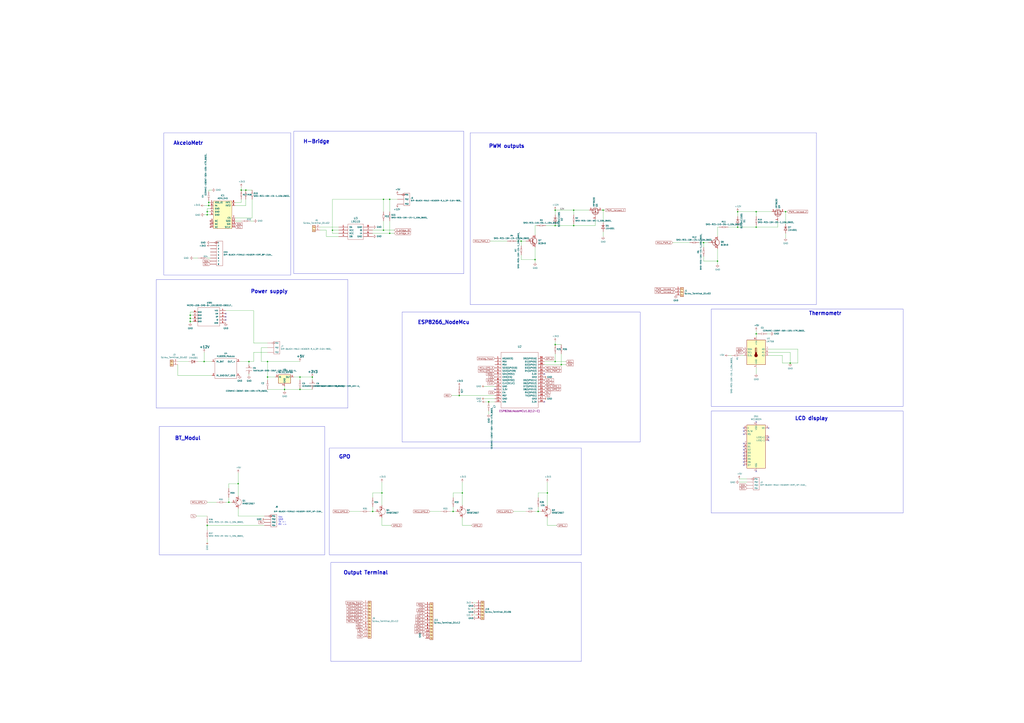
<source format=kicad_sch>
(kicad_sch (version 20230121) (generator eeschema)
  (paper "A1")
  (title_block (title "ESP8266_MotherBoard") (date "2019-08-29") (rev "1.0") (company "KedarElectronics"))
  (junction (at 495.3 172.72))
  (junction (at 621.03 274.32))
  (junction (at 167.64 297.18))
  (junction (at 455.93 297.18))
  (junction (at 471.17 185.42))
  (junction (at 156.21 261.62))
  (junction (at 204.47 297.18))
  (junction (at 605.79 173.99))
  (junction (at 441.96 420.37))
  (junction (at 314.96 189.23))
  (junction (at 170.18 431.8))
  (junction (at 219.71 297.18))
  (junction (at 306.07 420.37))
  (junction (at 648.97 298.45))
  (junction (at 171.45 166.37))
  (junction (at 401.32 330.2))
  (junction (at 372.11 420.37))
  (junction (at 461.01 299.72))
  (junction (at 170.18 176.53))
  (junction (at 195.58 397.51))
  (junction (at 233.68 320.04))
  (junction (at 449.58 405.13))
  (junction (at 471.17 172.72))
  (junction (at 455.93 172.72))
  (junction (at 427.99 198.12))
  (junction (at 645.16 173.99))
  (junction (at 156.21 264.16))
  (junction (at 621.03 186.69))
  (junction (at 455.93 283.21))
  (junction (at 577.85 199.39))
  (junction (at 256.54 309.88))
  (junction (at 320.04 191.77))
  (junction (at 377.19 325.12))
  (junction (at 455.93 185.42))
  (junction (at 589.28 214.63))
  (junction (at 170.18 173.99))
  (junction (at 187.96 412.75))
  (junction (at 156.21 259.08))
  (junction (at 246.38 320.04))
  (junction (at 171.45 168.91))
  (junction (at 314.96 163.83))
  (junction (at 219.71 309.88))
  (junction (at 198.12 156.21))
  (junction (at 605.79 186.69))
  (junction (at 621.03 173.99))
  (junction (at 320.04 163.83))
  (junction (at 273.05 189.23))
  (junction (at 313.69 405.13))
  (junction (at 379.73 405.13))
  (junction (at 201.93 156.21))
  (junction (at 246.38 309.88))
  (junction (at 439.42 213.36))
  (no_connect (at 610.87 354.33))
  (no_connect (at 610.87 367.03))
  (no_connect (at 631.19 359.41))
  (no_connect (at 621.03 387.35))
  (no_connect (at 610.87 377.19))
  (no_connect (at 610.87 372.11))
  (no_connect (at 621.03 346.71))
  (no_connect (at 610.87 382.27))
  (no_connect (at 185.42 257.81))
  (no_connect (at 610.87 364.49))
  (no_connect (at 185.42 262.89))
  (no_connect (at 610.87 369.57))
  (no_connect (at 610.87 356.87))
  (no_connect (at 447.04 330.2))
  (no_connect (at 610.87 374.65))
  (no_connect (at 631.19 351.79))
  (no_connect (at 185.42 260.35))
  (no_connect (at 610.87 351.79))
  (no_connect (at 610.87 379.73))
  (no_connect (at 631.19 361.95))
  (no_connect (at 406.4 320.04))
  (no_connect (at 447.04 307.34))
  (wire (pts (xy 185.42 412.75) (xy 187.96 412.75)))
  (wire (pts (xy 314.96 173.99) (xy 314.96 163.83)))
  (wire (pts (xy 455.93 280.67) (xy 455.93 283.21)))
  (polyline (pts (xy 741.68 254) (xy 584.2 254)))
  (wire (pts (xy 621.03 185.42) (xy 621.03 186.69)))
  (wire (pts (xy 621.03 276.86) (xy 621.03 274.32)))
  (wire (pts (xy 162.56 212.09) (xy 158.75 212.09)))
  (polyline (pts (xy 525.78 256.54) (xy 330.2 256.54)))
  (wire (pts (xy 201.93 156.21) (xy 207.01 156.21)))
  (wire (pts (xy 326.39 163.83) (xy 320.04 163.83)))
  (wire (pts (xy 589.28 194.31) (xy 589.28 186.69)))
  (wire (pts (xy 156.21 261.62) (xy 156.21 264.16)))
  (polyline (pts (xy 134.62 109.22) (xy 134.62 226.06)))
  (wire (pts (xy 495.3 182.88) (xy 495.3 172.72)))
  (wire (pts (xy 173.99 156.21) (xy 171.45 156.21)))
  (polyline (pts (xy 285.75 335.28) (xy 285.75 229.87)))
  (wire (pts (xy 320.04 191.77) (xy 320.04 181.61)))
  (wire (pts (xy 170.18 424.18) (xy 161.29 424.18)))
  (wire (pts (xy 171.45 168.91) (xy 172.72 168.91)))
  (wire (pts (xy 156.21 259.08) (xy 156.21 261.62)))
  (polyline (pts (xy 266.7 350.52) (xy 266.7 455.93)))
  (wire (pts (xy 303.53 420.37) (xy 306.07 420.37)))
  (wire (pts (xy 214.63 285.75) (xy 214.63 297.18)))
  (wire (pts (xy 369.57 420.37) (xy 372.11 420.37)))
  (wire (pts (xy 377.19 325.12) (xy 370.84 325.12)))
  (wire (pts (xy 172.72 171.45) (xy 170.18 171.45)))
  (wire (pts (xy 496.57 172.72) (xy 495.3 172.72)))
  (wire (pts (xy 631.19 289.56) (xy 648.97 289.56)))
  (polyline (pts (xy 271.78 462.28) (xy 271.78 543.56)))
  (wire (pts (xy 621.03 177.8) (xy 621.03 173.99)))
  (wire (pts (xy 455.93 176.53) (xy 455.93 172.72)))
  (wire (pts (xy 495.3 172.72) (xy 494.03 172.72)))
  (wire (pts (xy 577.85 214.63) (xy 589.28 214.63)))
  (wire (pts (xy 471.17 172.72) (xy 483.87 172.72)))
  (wire (pts (xy 306.07 191.77) (xy 320.04 191.77)))
  (wire (pts (xy 455.93 283.21) (xy 461.01 283.21)))
  (wire (pts (xy 372.11 405.13) (xy 379.73 405.13)))
  (wire (pts (xy 314.96 163.83) (xy 273.05 163.83)))
  (wire (pts (xy 246.38 309.88) (xy 246.38 312.42)))
  (wire (pts (xy 448.31 185.42) (xy 455.93 185.42)))
  (wire (pts (xy 187.96 412.75) (xy 190.5 412.75)))
  (wire (pts (xy 455.93 185.42) (xy 471.17 185.42)))
  (wire (pts (xy 219.71 297.18) (xy 219.71 309.88)))
  (wire (pts (xy 441.96 416.56) (xy 441.96 420.37)))
  (polyline (pts (xy 241.3 224.79) (xy 381 224.79)))
  (wire (pts (xy 295.91 420.37) (xy 287.02 420.37)))
  (wire (pts (xy 648.97 298.45) (xy 655.32 298.45)))
  (wire (pts (xy 219.71 312.42) (xy 219.71 309.88)))
  (wire (pts (xy 605.79 186.69) (xy 621.03 186.69)))
  (wire (pts (xy 207.01 179.07) (xy 193.04 179.07)))
  (wire (pts (xy 439.42 213.36) (xy 439.42 215.9)))
  (wire (pts (xy 313.69 405.13) (xy 313.69 396.24)))
  (wire (pts (xy 642.62 298.45) (xy 648.97 298.45)))
  (wire (pts (xy 646.43 173.99) (xy 645.16 173.99)))
  (wire (pts (xy 158.75 261.62) (xy 156.21 261.62)))
  (polyline (pts (xy 386.08 250.19) (xy 670.56 250.19)))
  (wire (pts (xy 273.05 189.23) (xy 273.05 191.77)))
  (wire (pts (xy 233.68 320.04) (xy 246.38 320.04)))
  (wire (pts (xy 246.38 320.04) (xy 256.54 320.04)))
  (wire (pts (xy 598.17 292.1) (xy 600.71 292.1)))
  (wire (pts (xy 495.3 190.5) (xy 495.3 194.31)))
  (wire (pts (xy 447.04 297.18) (xy 455.93 297.18)))
  (wire (pts (xy 621.03 186.69) (xy 638.81 186.69)))
  (wire (pts (xy 398.78 330.2) (xy 401.32 330.2)))
  (wire (pts (xy 461.01 299.72) (xy 464.82 299.72)))
  (wire (pts (xy 397.51 327.66) (xy 406.4 327.66)))
  (wire (pts (xy 427.99 198.12) (xy 427.99 201.93)))
  (wire (pts (xy 439.42 185.42) (xy 440.69 185.42)))
  (polyline (pts (xy 271.78 543.56) (xy 477.52 543.56)))
  (wire (pts (xy 170.18 443.23) (xy 170.18 445.77)))
  (wire (pts (xy 441.96 408.94) (xy 441.96 405.13)))
  (wire (pts (xy 397.51 317.5) (xy 406.4 317.5)))
  (wire (pts (xy 198.12 156.21) (xy 201.93 156.21)))
  (polyline (pts (xy 584.2 337.82) (xy 741.68 337.82)))
  (wire (pts (xy 379.73 405.13) (xy 379.73 415.29)))
  (wire (pts (xy 377.19 325.12) (xy 406.4 325.12)))
  (wire (pts (xy 170.18 173.99) (xy 170.18 176.53)))
  (wire (pts (xy 198.12 166.37) (xy 193.04 166.37)))
  (wire (pts (xy 233.68 317.5) (xy 233.68 320.04)))
  (wire (pts (xy 598.17 186.69) (xy 605.79 186.69)))
  (wire (pts (xy 402.59 198.12) (xy 416.56 198.12)))
  (wire (pts (xy 621.03 274.32) (xy 621.03 271.78)))
  (wire (pts (xy 162.56 297.18) (xy 167.64 297.18)))
  (polyline (pts (xy 285.75 229.87) (xy 128.27 229.87)))
  (wire (pts (xy 401.32 330.2) (xy 406.4 330.2)))
  (polyline (pts (xy 330.2 256.54) (xy 330.2 363.22)))
  (wire (pts (xy 233.68 320.04) (xy 233.68 321.31)))
  (wire (pts (xy 195.58 397.51) (xy 195.58 407.67)))
  (polyline (pts (xy 134.62 226.06) (xy 238.76 226.06)))
  (wire (pts (xy 205.74 181.61) (xy 208.28 181.61)))
  (polyline (pts (xy 670.56 109.22) (xy 386.08 109.22)))
  (wire (pts (xy 320.04 163.83) (xy 314.96 163.83)))
  (wire (pts (xy 645.16 184.15) (xy 645.16 173.99)))
  (wire (pts (xy 185.42 255.27) (xy 208.28 255.27)))
  (wire (pts (xy 201.93 168.91) (xy 201.93 163.83)))
  (wire (pts (xy 171.45 156.21) (xy 171.45 157.48)))
  (wire (pts (xy 439.42 203.2) (xy 439.42 213.36)))
  (wire (pts (xy 441.96 405.13) (xy 449.58 405.13)))
  (wire (pts (xy 156.21 264.16) (xy 156.21 265.43)))
  (wire (pts (xy 273.05 163.83) (xy 273.05 189.23)))
  (wire (pts (xy 273.05 191.77) (xy 278.13 191.77)))
  (polyline (pts (xy 381 224.79) (xy 381 107.95)))
  (polyline (pts (xy 584.2 421.64) (xy 741.68 421.64)))
  (wire (pts (xy 158.75 264.16) (xy 156.21 264.16)))
  (wire (pts (xy 208.28 289.56) (xy 219.71 289.56)))
  (wire (pts (xy 167.64 176.53) (xy 170.18 176.53)))
  (polyline (pts (xy 241.3 107.95) (xy 241.3 224.79)))
  (wire (pts (xy 193.04 168.91) (xy 201.93 168.91)))
  (polyline (pts (xy 477.52 462.28) (xy 271.78 462.28)))
  (wire (pts (xy 629.92 274.32) (xy 632.46 274.32)))
  (wire (pts (xy 631.19 292.1) (xy 642.62 292.1)))
  (wire (pts (xy 196.85 297.18) (xy 204.47 297.18)))
  (polyline (pts (xy 584.2 337.82) (xy 584.2 421.64)))
  (wire (pts (xy 621.03 302.26) (xy 621.03 307.34)))
  (wire (pts (xy 187.96 397.51) (xy 195.58 397.51)))
  (polyline (pts (xy 270.51 455.93) (xy 477.52 455.93)))
  (wire (pts (xy 577.85 199.39) (xy 577.85 203.2)))
  (wire (pts (xy 552.45 199.39) (xy 566.42 199.39)))
  (polyline (pts (xy 238.76 109.22) (xy 134.62 109.22)))
  (wire (pts (xy 198.12 153.67) (xy 198.12 156.21)))
  (wire (pts (xy 158.75 259.08) (xy 156.21 259.08)))
  (wire (pts (xy 361.95 420.37) (xy 353.06 420.37)))
  (wire (pts (xy 219.71 285.75) (xy 214.63 285.75)))
  (wire (pts (xy 262.89 189.23) (xy 267.97 189.23)))
  (wire (pts (xy 439.42 420.37) (xy 441.96 420.37)))
  (wire (pts (xy 449.58 405.13) (xy 449.58 415.29)))
  (polyline (pts (xy 525.78 363.22) (xy 525.78 256.54)))
  (wire (pts (xy 156.21 256.54) (xy 156.21 259.08)))
  (wire (pts (xy 372.11 420.37) (xy 374.65 420.37)))
  (wire (pts (xy 439.42 193.04) (xy 439.42 185.42)))
  (wire (pts (xy 574.04 199.39) (xy 577.85 199.39)))
  (wire (pts (xy 306.07 189.23) (xy 314.96 189.23)))
  (wire (pts (xy 204.47 307.34) (xy 204.47 308.61)))
  (polyline (pts (xy 128.27 335.28) (xy 285.75 335.28)))
  (polyline (pts (xy 477.52 543.56) (xy 477.52 462.28)))
  (polyline (pts (xy 270.51 368.3) (xy 270.51 455.93)))
  (wire (pts (xy 613.41 393.7) (xy 607.06 393.7)))
  (wire (pts (xy 306.07 416.56) (xy 306.07 420.37)))
  (wire (pts (xy 577.85 210.82) (xy 577.85 214.63)))
  (wire (pts (xy 278.13 186.69) (xy 262.89 186.69)))
  (wire (pts (xy 273.05 189.23) (xy 278.13 189.23)))
  (wire (pts (xy 158.75 256.54) (xy 156.21 256.54)))
  (wire (pts (xy 449.58 425.45) (xy 449.58 431.8)))
  (wire (pts (xy 306.07 405.13) (xy 313.69 405.13)))
  (wire (pts (xy 170.18 176.53) (xy 172.72 176.53)))
  (wire (pts (xy 455.93 172.72) (xy 471.17 172.72)))
  (wire (pts (xy 172.72 166.37) (xy 171.45 166.37)))
  (wire (pts (xy 427.99 198.12) (xy 431.8 198.12)))
  (wire (pts (xy 323.85 189.23) (xy 314.96 189.23)))
  (wire (pts (xy 217.17 431.8) (xy 170.18 431.8)))
  (wire (pts (xy 449.58 405.13) (xy 449.58 396.24)))
  (wire (pts (xy 638.81 186.69) (xy 638.81 181.61)))
  (polyline (pts (xy 670.56 250.19) (xy 670.56 109.22)))
  (wire (pts (xy 655.32 287.02) (xy 655.32 298.45)))
  (wire (pts (xy 589.28 214.63) (xy 589.28 217.17)))
  (wire (pts (xy 424.18 198.12) (xy 427.99 198.12)))
  (wire (pts (xy 171.45 166.37) (xy 171.45 168.91)))
  (wire (pts (xy 455.93 290.83) (xy 455.93 297.18)))
  (wire (pts (xy 589.28 204.47) (xy 589.28 214.63)))
  (wire (pts (xy 577.85 199.39) (xy 581.66 199.39)))
  (polyline (pts (xy 238.76 226.06) (xy 238.76 109.22)))
  (polyline (pts (xy 477.52 368.3) (xy 270.51 368.3)))
  (wire (pts (xy 320.04 173.99) (xy 320.04 163.83)))
  (wire (pts (xy 388.62 505.46) (xy 391.16 505.46)))
  (wire (pts (xy 441.96 420.37) (xy 444.5 420.37)))
  (wire (pts (xy 372.11 408.94) (xy 372.11 405.13)))
  (wire (pts (xy 455.93 297.18) (xy 464.82 297.18)))
  (wire (pts (xy 488.95 185.42) (xy 488.95 180.34)))
  (wire (pts (xy 167.64 297.18) (xy 173.99 297.18)))
  (wire (pts (xy 449.58 431.8) (xy 457.2 431.8)))
  (wire (pts (xy 388.62 495.3) (xy 391.16 495.3)))
  (wire (pts (xy 204.47 297.18) (xy 208.28 297.18)))
  (wire (pts (xy 306.07 408.94) (xy 306.07 405.13)))
  (wire (pts (xy 379.73 425.45) (xy 379.73 431.8)))
  (wire (pts (xy 167.64 168.91) (xy 171.45 168.91)))
  (wire (pts (xy 170.18 431.8) (xy 170.18 435.61)))
  (wire (pts (xy 214.63 297.18) (xy 219.71 297.18)))
  (wire (pts (xy 241.3 309.88) (xy 246.38 309.88)))
  (wire (pts (xy 219.71 320.04) (xy 233.68 320.04)))
  (wire (pts (xy 455.93 185.42) (xy 455.93 184.15)))
  (wire (pts (xy 427.99 209.55) (xy 427.99 213.36)))
  (wire (pts (xy 471.17 185.42) (xy 488.95 185.42)))
  (wire (pts (xy 648.97 289.56) (xy 648.97 298.45)))
  (wire (pts (xy 267.97 194.31) (xy 278.13 194.31)))
  (polyline (pts (xy 741.68 334.01) (xy 741.68 254)))
  (wire (pts (xy 631.19 287.02) (xy 655.32 287.02)))
  (polyline (pts (xy 330.2 363.22) (xy 525.78 363.22)))
  (wire (pts (xy 471.17 176.53) (xy 471.17 172.72)))
  (wire (pts (xy 177.8 412.75) (xy 170.18 412.75)))
  (wire (pts (xy 207.01 163.83) (xy 207.01 179.07)))
  (wire (pts (xy 170.18 171.45) (xy 170.18 173.99)))
  (polyline (pts (xy 584.2 254) (xy 584.2 334.01)))
  (wire (pts (xy 607.06 396.24) (xy 613.41 396.24)))
  (wire (pts (xy 461.01 290.83) (xy 461.01 299.72)))
  (wire (pts (xy 167.64 289.56) (xy 167.64 297.18)))
  (wire (pts (xy 195.58 417.83) (xy 195.58 424.18)))
  (wire (pts (xy 379.73 405.13) (xy 379.73 396.24)))
  (wire (pts (xy 621.03 173.99) (xy 633.73 173.99)))
  (wire (pts (xy 193.04 181.61) (xy 198.12 181.61)))
  (wire (pts (xy 306.07 420.37) (xy 308.61 420.37)))
  (polyline (pts (xy 130.81 350.52) (xy 130.81 455.93)))
  (wire (pts (xy 621.03 274.32) (xy 622.3 274.32)))
  (wire (pts (xy 172.72 173.99) (xy 170.18 173.99)))
  (polyline (pts (xy 741.68 421.64) (xy 741.68 337.82)))
  (wire (pts (xy 267.97 189.23) (xy 267.97 194.31)))
  (wire (pts (xy 605.79 186.69) (xy 605.79 185.42)))
  (wire (pts (xy 471.17 184.15) (xy 471.17 185.42)))
  (wire (pts (xy 314.96 189.23) (xy 314.96 181.61)))
  (polyline (pts (xy 477.52 455.93) (xy 477.52 368.3)))
  (wire (pts (xy 219.71 297.18) (xy 246.38 297.18)))
  (wire (pts (xy 388.62 500.38) (xy 391.16 500.38)))
  (wire (pts (xy 379.73 431.8) (xy 387.35 431.8)))
  (wire (pts (xy 645.16 191.77) (xy 645.16 195.58)))
  (polyline (pts (xy 584.2 334.01) (xy 741.68 334.01)))
  (polyline (pts (xy 386.08 109.22) (xy 386.08 250.19)))
  (wire (pts (xy 313.69 431.8) (xy 321.31 431.8)))
  (wire (pts (xy 256.54 312.42) (xy 256.54 309.88)))
  (wire (pts (xy 256.54 309.88) (xy 246.38 309.88)))
  (wire (pts (xy 146.05 297.18) (xy 154.94 297.18)))
  (wire (pts (xy 372.11 416.56) (xy 372.11 420.37)))
  (wire (pts (xy 195.58 424.18) (xy 217.17 424.18)))
  (wire (pts (xy 605.79 173.99) (xy 621.03 173.99)))
  (wire (pts (xy 146.05 299.72) (xy 146.05 308.61)))
  (wire (pts (xy 431.8 420.37) (xy 421.64 420.37)))
  (wire (pts (xy 195.58 397.51) (xy 195.58 388.62)))
  (wire (pts (xy 645.16 173.99) (xy 643.89 173.99)))
  (polyline (pts (xy 128.27 229.87) (xy 128.27 335.28)))
  (wire (pts (xy 198.12 163.83) (xy 198.12 166.37)))
  (wire (pts (xy 642.62 292.1) (xy 642.62 298.45)))
  (wire (pts (xy 172.72 212.09) (xy 170.18 212.09)))
  (wire (pts (xy 427.99 213.36) (xy 439.42 213.36)))
  (polyline (pts (xy 130.81 455.93) (xy 266.7 455.93)))
  (wire (pts (xy 447.04 299.72) (xy 461.01 299.72)))
  (wire (pts (xy 313.69 405.13) (xy 313.69 415.29)))
  (wire (pts (xy 605.79 177.8) (xy 605.79 173.99)))
  (wire (pts (xy 320.04 191.77) (xy 323.85 191.77)))
  (wire (pts (xy 208.28 255.27) (xy 208.28 281.94)))
  (wire (pts (xy 171.45 165.1) (xy 171.45 166.37)))
  (polyline (pts (xy 381 107.95) (xy 241.3 107.95)))
  (wire (pts (xy 204.47 297.18) (xy 204.47 299.72)))
  (wire (pts (xy 219.71 309.88) (xy 226.06 309.88)))
  (wire (pts (xy 401.32 337.82) (xy 401.32 340.36)))
  (wire (pts (xy 208.28 281.94) (xy 219.71 281.94)))
  (wire (pts (xy 187.96 401.32) (xy 187.96 397.51)))
  (wire (pts (xy 589.28 186.69) (xy 590.55 186.69)))
  (wire (pts (xy 146.05 308.61) (xy 173.99 308.61)))
  (wire (pts (xy 187.96 408.94) (xy 187.96 412.75)))
  (polyline (pts (xy 130.81 350.52) (xy 266.7 350.52)))
  (wire (pts (xy 608.33 292.1) (xy 610.87 292.1)))
  (wire (pts (xy 208.28 297.18) (xy 208.28 289.56)))
  (wire (pts (xy 313.69 425.45) (xy 313.69 431.8)))
  (text "Vcc\nGND\nTX <-\nRX ->" (at 228.6 431.8 0) (effects (font (size 1.27 1.27)) (justify left bottom)))
  (text "ESP8266_NodeMcu\n" (at 342.9 266.7 0) (effects (font (size 2.9972 2.9972) (thickness 0.5994) bold) (justify left bottom)))
  (text "AkceloMetr" (at 142.24 119.38 0) (effects (font (size 2.9972 2.9972) (thickness 0.5994) bold) (justify left bottom)))
  (text "GPO\n" (at 278.13 377.19 0) (effects (font (size 2.9972 2.9972) (thickness 0.5994) bold) (justify left bottom)))
  (text "PWM outputs\n" (at 401.32 121.92 0) (effects (font (size 2.9972 2.9972) (thickness 0.5994) bold) (justify left bottom)))
  (text "H-Bridge\n" (at 248.92 118.11 0) (effects (font (size 2.9972 2.9972) (thickness 0.5994) bold) (justify left bottom)))
  (text "LCD display\n\n" (at 652.78 350.52 0) (effects (font (size 2.9972 2.9972) (thickness 0.5994) bold) (justify left bottom)))
  (text "Power supply\n" (at 205.74 241.3 0) (effects (font (size 2.9972 2.9972) (thickness 0.5994) bold) (justify left bottom)))
  (text "BT_Modul\n" (at 143.51 361.95 0) (effects (font (size 2.9972 2.9972) (thickness 0.5994) bold) (justify left bottom)))
  (text "Output Terminal\n" (at 281.94 472.44 0) (effects (font (size 2.9972 2.9972) (thickness 0.5994) bold) (justify left bottom)))
  (text "Thermometr\n\n" (at 664.21 264.16 0) (effects (font (size 2.9972 2.9972) (thickness 0.5994) bold) (justify left bottom)))
  (label "12V" (at 459.74 172.72 0))
  (global_label "EN" (shape input) (at 298.45 523.24 180) (property "Intersheetrefs" "${INTERSHEET_REFS}" (effects hide)))
  (global_label "MCU_GPO_1" (shape input) (at 421.64 420.37 180) (property "Intersheetrefs" "${INTERSHEET_REFS}" (effects hide)))
  (global_label "PWM__toLoad_1" (shape input) (at 496.57 172.72 0) (property "Intersheetrefs" "${INTERSHEET_REFS}" (effects hide)))
  (global_label "CS" (shape input) (at 349.25 499.11 180) (property "Intersheetrefs" "${INTERSHEET_REFS}" (effects hide)))
  (global_label "GPO_3" (shape input) (at 321.31 431.8 0) (property "Intersheetrefs" "${INTERSHEET_REFS}" (effects hide)))
  (global_label "PWM__toLoad_2" (shape input) (at 646.43 173.99 0) (property "Intersheetrefs" "${INTERSHEET_REFS}" (effects hide)))
  (global_label "GPI_3" (shape input) (at 447.04 294.64 0) (property "Intersheetrefs" "${INTERSHEET_REFS}" (effects hide)))
  (global_label "MCU_PWM_1" (shape input) (at 402.59 198.12 180) (property "Intersheetrefs" "${INTERSHEET_REFS}" (effects hide)))
  (global_label "PWM__toLoad_1" (shape input) (at 554.99 237.49 180) (property "Intersheetrefs" "${INTERSHEET_REFS}" (effects hide)))
  (global_label "GPO_2" (shape input) (at 387.35 431.8 0) (property "Intersheetrefs" "${INTERSHEET_REFS}" (effects hide)))
  (global_label "Rx" (shape input) (at 217.17 429.26 180) (property "Intersheetrefs" "${INTERSHEET_REFS}" (effects hide)))
  (global_label "EN" (shape input) (at 406.4 322.58 180) (property "Intersheetrefs" "${INTERSHEET_REFS}" (effects hide)))
  (global_label "SDA" (shape input) (at 613.41 398.78 180) (property "Intersheetrefs" "${INTERSHEET_REFS}" (effects hide)))
  (global_label "MCU_GPO_3" (shape input) (at 298.45 502.92 180) (property "Intersheetrefs" "${INTERSHEET_REFS}" (effects hide)))
  (global_label "CLK" (shape input) (at 349.25 504.19 180) (property "Intersheetrefs" "${INTERSHEET_REFS}" (effects hide)))
  (global_label "SDA" (shape input) (at 172.72 214.63 180) (property "Intersheetrefs" "${INTERSHEET_REFS}" (effects hide)))
  (global_label "Tx" (shape input) (at 298.45 520.7 180) (property "Intersheetrefs" "${INTERSHEET_REFS}" (effects hide)))
  (global_label "H_bridge_IA" (shape input) (at 323.85 191.77 0) (property "Intersheetrefs" "${INTERSHEET_REFS}" (effects hide)))
  (global_label "MCU_PWM_2" (shape input) (at 298.45 510.54 180) (property "Intersheetrefs" "${INTERSHEET_REFS}" (effects hide)))
  (global_label "GPI_3" (shape input) (at 349.25 511.81 180) (property "Intersheetrefs" "${INTERSHEET_REFS}" (effects hide)))
  (global_label "CLK" (shape input) (at 406.4 314.96 180) (property "Intersheetrefs" "${INTERSHEET_REFS}" (effects hide)))
  (global_label "SCL" (shape input) (at 193.04 186.69 0) (property "Intersheetrefs" "${INTERSHEET_REFS}" (effects hide)))
  (global_label "GPI_2" (shape input) (at 349.25 509.27 180) (property "Intersheetrefs" "${INTERSHEET_REFS}" (effects hide)))
  (global_label "MOSI" (shape input) (at 406.4 307.34 180) (property "Intersheetrefs" "${INTERSHEET_REFS}" (effects hide)))
  (global_label "SCL" (shape input) (at 613.41 401.32 180) (property "Intersheetrefs" "${INTERSHEET_REFS}" (effects hide)))
  (global_label "Rx" (shape input) (at 447.04 322.58 0) (property "Intersheetrefs" "${INTERSHEET_REFS}" (effects hide)))
  (global_label "MCU_PWM_1" (shape input) (at 447.04 302.26 0) (property "Intersheetrefs" "${INTERSHEET_REFS}" (effects hide)))
  (global_label "SCL" (shape input) (at 464.82 297.18 0) (property "Intersheetrefs" "${INTERSHEET_REFS}" (effects hide)))
  (global_label "MISO" (shape input) (at 349.25 501.65 180) (property "Intersheetrefs" "${INTERSHEET_REFS}" (effects hide)))
  (global_label "GPO_3" (shape input) (at 349.25 519.43 180) (property "Intersheetrefs" "${INTERSHEET_REFS}" (effects hide)))
  (global_label "H_bridge_IB" (shape input) (at 323.85 189.23 0) (property "Intersheetrefs" "${INTERSHEET_REFS}" (effects hide)))
  (global_label "MCU_GPO_1" (shape input) (at 298.45 497.84 180) (property "Intersheetrefs" "${INTERSHEET_REFS}" (effects hide)))
  (global_label "GPO_2" (shape input) (at 349.25 516.89 180) (property "Intersheetrefs" "${INTERSHEET_REFS}" (effects hide)))
  (global_label "MCU_PWM_2" (shape input) (at 447.04 304.8 0) (property "Intersheetrefs" "${INTERSHEET_REFS}" (effects hide)))
  (global_label "Tx" (shape input) (at 161.29 424.18 180) (property "Intersheetrefs" "${INTERSHEET_REFS}" (effects hide)))
  (global_label "MISO" (shape input) (at 406.4 312.42 180) (property "Intersheetrefs" "${INTERSHEET_REFS}" (effects hide)))
  (global_label "MCU_GPO_3" (shape input) (at 287.02 420.37 180) (property "Intersheetrefs" "${INTERSHEET_REFS}" (effects hide)))
  (global_label "Tx" (shape input) (at 447.04 325.12 0) (property "Intersheetrefs" "${INTERSHEET_REFS}" (effects hide)))
  (global_label "SCL" (shape input) (at 172.72 217.17 180) (property "Intersheetrefs" "${INTERSHEET_REFS}" (effects hide)))
  (global_label "GPO_1" (shape input) (at 349.25 514.35 180) (property "Intersheetrefs" "${INTERSHEET_REFS}" (effects hide)))
  (global_label "MCU_GPO_4" (shape input) (at 406.4 304.8 180) (property "Intersheetrefs" "${INTERSHEET_REFS}" (effects hide)))
  (global_label "SDA" (shape input) (at 298.45 515.62 180) (property "Intersheetrefs" "${INTERSHEET_REFS}" (effects hide)))
  (global_label "MCU_PWM_2" (shape input) (at 552.45 199.39 180) (property "Intersheetrefs" "${INTERSHEET_REFS}" (effects hide)))
  (global_label "MCU_GPO_4" (shape input) (at 170.18 412.75 180) (property "Intersheetrefs" "${INTERSHEET_REFS}" (effects hide)))
  (global_label "MCU_GPO_3" (shape input) (at 406.4 302.26 180) (property "Intersheetrefs" "${INTERSHEET_REFS}" (effects hide)))
  (global_label "SDA" (shape input) (at 464.82 299.72 0) (property "Intersheetrefs" "${INTERSHEET_REFS}" (effects hide)))
  (global_label "Analog_input" (shape input) (at 406.4 294.64 180) (property "Intersheetrefs" "${INTERSHEET_REFS}" (effects hide)))
  (global_label "SCL" (shape input) (at 298.45 513.08 180) (property "Intersheetrefs" "${INTERSHEET_REFS}" (effects hide)))
  (global_label "GPO_1" (shape input) (at 457.2 431.8 0) (property "Intersheetrefs" "${INTERSHEET_REFS}" (effects hide)))
  (global_label "SDA" (shape input) (at 610.87 287.02 180) (property "Intersheetrefs" "${INTERSHEET_REFS}" (effects hide)))
  (global_label "MCU_GPO_2" (shape input) (at 353.06 420.37 180) (property "Intersheetrefs" "${INTERSHEET_REFS}" (effects hide)))
  (global_label "GPI_1" (shape input) (at 349.25 506.73 180) (property "Intersheetrefs" "${INTERSHEET_REFS}" (effects hide)))
  (global_label "MCU_GPO_2" (shape input) (at 447.04 320.04 0) (property "Intersheetrefs" "${INTERSHEET_REFS}" (effects hide)))
  (global_label "RST" (shape input) (at 370.84 325.12 180) (property "Intersheetrefs" "${INTERSHEET_REFS}" (effects hide)))
  (global_label "MCU_GPO_2" (shape input) (at 298.45 500.38 180) (property "Intersheetrefs" "${INTERSHEET_REFS}" (effects hide)))
  (global_label "Rx" (shape input) (at 298.45 518.16 180) (property "Intersheetrefs" "${INTERSHEET_REFS}" (effects hide)))
  (global_label "GPI_1" (shape input) (at 447.04 312.42 0) (property "Intersheetrefs" "${INTERSHEET_REFS}" (effects hide)))
  (global_label "SDA" (shape input) (at 193.04 184.15 0) (property "Intersheetrefs" "${INTERSHEET_REFS}" (effects hide)))
  (global_label "Analog_input" (shape input) (at 298.45 495.3 180) (property "Intersheetrefs" "${INTERSHEET_REFS}" (effects hide)))
  (global_label "PWM__toLoad_2" (shape input) (at 554.99 240.03 180) (property "Intersheetrefs" "${INTERSHEET_REFS}" (effects hide)))
  (global_label "MOSI" (shape input) (at 349.25 496.57 180) (property "Intersheetrefs" "${INTERSHEET_REFS}" (effects hide)))
  (global_label "CS" (shape input) (at 406.4 309.88 180) (property "Intersheetrefs" "${INTERSHEET_REFS}" (effects hide)))
  (global_label "GPI_2" (shape input) (at 447.04 314.96 0) (property "Intersheetrefs" "${INTERSHEET_REFS}" (effects hide)))
  (global_label "SCL" (shape input) (at 610.87 289.56 180) (property "Intersheetrefs" "${INTERSHEET_REFS}" (effects hide)))
  (global_label "MCU_GPO_1" (shape input) (at 447.04 317.5 0) (property "Intersheetrefs" "${INTERSHEET_REFS}" (effects hide)))
  (global_label "MCU_PWM_1" (shape input) (at 298.45 508 180) (property "Intersheetrefs" "${INTERSHEET_REFS}" (effects hide)))
  (global_label "MCU_GPO_4" (shape input) (at 298.45 505.46 180) (property "Intersheetrefs" "${INTERSHEET_REFS}" (effects hide)))
  (symbol (lib_id "ESP8266_MotherBoard-rescue:NodeMCU1.0(ESP-12E)-ESP8266") (at 426.72 312.42 0) (unit 1)
    (property "Reference" "U2" (at 426.72 284.8102 0) (effects (font (size 1.524 1.524))))
    (property "Value" "NodeMCU1.0(ESP-12E)" (effects hide))
    (property "Footprint" "ESP8266:NodeMCU1.0(12-E)" (at 426.72 337.82 0) (effects (font (size 1.524 1.524))))
  )
  (symbol (lib_id "Sensor_Temperature:LM75B") (at 621.03 289.56 0) (unit 1)
    (property "Reference" "U1" (at 631.19 278.13 0))
    (property "Value" "LM75B" (at 632.46 280.67 0))
    (property "Footprint" "Package_SO:SO-8_5.3x6.2mm_P1.27mm" (effects hide))
    (property "Datasheet" "http://www.ti.com/lit/ds/symlink/lm75b.pdf" (effects hide))
  )
  (symbol (lib_id "ESP8266_MotherBoard-rescue:BZX84Cxx-Diode") (at 605.79 181.61 270) (unit 1)
    (property "Reference" "D1" (at 611.2764 181.61 0))
    (property "Value" "BZX84C15BS" (at 608.965 181.61 0))
    (property "Footprint" "OPL_Discrete_Semiconductor:SOT-23" (effects hide))
    (property "Datasheet" "https://www.mouser.com/datasheet/2/345/bzx84cxx-1201132.pdf" (effects hide))
  )
  (symbol (lib_id "ESP8266_MotherBoard-rescue:L9110-L9110") (at 292.1 190.5 0) (unit 1)
    (property "Reference" "U3" (at 292.1 179.4002 0) (effects (font (size 1.524 1.524))))
    (property "Value" "L9110" (at 292.1 182.0926 0) (effects (font (size 1.524 1.524))))
    (property "Footprint" "Package_SO:SSOP-8_3.95x5.21x3.27mm_P1.27mm" (effects hide))
    (property "Datasheet" "https://www.elecrow.com/download/datasheet-l9110.pdf" (effects hide))
  )
  (symbol (lib_id "ESP8266_MotherBoard-rescue:ADXL345-agg-kicad") (at 182.88 173.99 0) (unit 1)
    (property "Reference" "IC1" (at 182.88 160.655 0))
    (property "Value" "ADXL345" (at 182.88 162.9664 0))
    (property "Footprint" "agg:ADXL3x5" (effects hide))
    (property "Datasheet" "http://wiki.sunfounder.cc/index.php?title=Digital_Accelerometer_ADXL345_Module" (effects hide))
    (property "Farnell" "1853935" (effects hide))
  )
  (symbol (lib_id "ESP8266_MotherBoard-rescue:PNP-agg-kicad") (at 449.58 420.37 0) (unit 1)
    (property "Reference" "Q3" (at 453.0852 419.2016 0) (effects (justify left)))
    (property "Value" "MMBT2907" (at 453.0852 421.513 0) (effects (justify left)))
    (property "Footprint" "Package_TO_SOT_SMD:SOT-23" (effects hide))
  )
  (symbol (lib_id "Display_Character:WC1602A") (at 621.03 367.03 0) (unit 1)
    (property "Reference" "DS1" (at 621.03 342.1888 0))
    (property "Value" "WC1602A" (at 621.03 344.5002 0))
    (property "Footprint" "Display:WC1602A" (effects hide))
    (property "Datasheet" "http://www.wincomlcd.com/pdf/WC1602A-SFYLYHTC06.pdf" (effects hide))
  )
  (symbol (lib_id "power:GND") (at 589.28 217.17 0) (unit 1)
    (property "Reference" "#PWR0101" (effects hide))
    (property "Value" "GND" (at 589.407 221.5642 0))
  )
  (symbol (lib_id "Device:Q_PMOS_GDS") (at 638.81 176.53 270) (mirror x) (unit 1)
    (property "Reference" "Q9" (at 639.9784 171.2976 0) (effects (justify left)))
    (property "Value" "IRF9630" (at 637.667 171.2976 0) (effects (justify left)))
    (property "Footprint" "Package_TO_SOT_SMD:TO-252-3_TabPin4" (effects hide))
  )
  (symbol (lib_id "power:GND") (at 554.99 242.57 0) (unit 1)
    (property "Reference" "#PWR0102" (effects hide))
    (property "Value" "GND" (at 555.117 246.9642 0))
  )
  (symbol (lib_id "ESP8266_MotherBoard-rescue:BZX84Cxx-Diode") (at 455.93 180.34 270) (unit 1)
    (property "Reference" "D2" (at 461.4164 180.34 0))
    (property "Value" "BZX84C15BS" (at 459.105 180.34 0))
    (property "Footprint" "OPL_Discrete_Semiconductor:SOT-23" (effects hide))
    (property "Datasheet" "https://www.mouser.com/datasheet/2/345/bzx84cxx-1201132.pdf" (effects hide))
  )
  (symbol (lib_id "power:GND") (at 439.42 215.9 0) (unit 1)
    (property "Reference" "#PWR0105" (effects hide))
    (property "Value" "GND" (at 439.547 220.2942 0))
  )
  (symbol (lib_id "Device:Q_PMOS_GDS") (at 488.95 175.26 270) (mirror x) (unit 1)
    (property "Reference" "Q5" (at 490.1184 170.0276 0) (effects (justify left)))
    (property "Value" "IRF9630" (at 487.807 170.0276 0) (effects (justify left)))
    (property "Footprint" "Package_TO_SOT_SMD:TO-252-3_TabPin4" (effects hide))
  )
  (symbol (lib_id "power:GND") (at 648.97 298.45 0) (unit 1)
    (property "Reference" "#PWR0106" (effects hide))
    (property "Value" "GND" (at 649.097 302.8442 0))
  )
  (symbol (lib_id "power:GND") (at 621.03 307.34 0) (unit 1)
    (property "Reference" "#PWR0107" (effects hide))
    (property "Value" "GND" (at 621.157 311.7342 0))
  )
  (symbol (lib_id "Diode:1N4001") (at 645.16 187.96 270) (unit 1)
    (property "Reference" "D7" (at 647.1666 186.7916 90) (effects (justify left)))
    (property "Value" "1N4001" (at 647.1666 189.103 90) (effects (justify left)))
    (property "Footprint" "OPL_Discrete_Semiconductor:DO-41" (effects hide))
    (property "Datasheet" "http://www.vishay.com/docs/88503/1n4001.pdf" (effects hide))
  )
  (symbol (lib_id "power:GND") (at 645.16 195.58 0) (unit 1)
    (property "Reference" "#PWR0109" (effects hide))
    (property "Value" "GND" (at 645.287 199.9742 0))
  )
  (symbol (lib_id "Diode:1N4001") (at 495.3 186.69 270) (unit 1)
    (property "Reference" "D5" (at 497.3066 185.5216 90) (effects (justify left)))
    (property "Value" "1N4001" (at 497.3066 187.833 90) (effects (justify left)))
    (property "Footprint" "OPL_Discrete_Semiconductor:DO-41" (effects hide))
    (property "Datasheet" "http://www.vishay.com/docs/88503/1n4001.pdf" (effects hide))
  )
  (symbol (lib_id "power:GND") (at 495.3 194.31 0) (unit 1)
    (property "Reference" "#PWR0111" (effects hide))
    (property "Value" "GND" (at 495.427 198.7042 0))
  )
  (symbol (lib_id "ESP8266_MotherBoard-rescue:SMD-RES-10K-1%-1_10W_0603_-OPL_Resistor") (at 570.23 199.39 0) (unit 1)
    (property "Reference" "R12" (at 570.23 194.9704 0) (effects (font (size 1.143 1.143))))
    (property "Value" "SMD-RES-10K-1%-1_10W_0603_" (at 570.23 197.104 0) (effects (font (size 1.143 1.143))))
    (property "Footprint" "OPL_Resistor:R0603" (effects hide))
    (property "MPN" "RC0603FR-0710KL" (effects hide))
    (property "SKU" "301010299" (effects hide))
  )
  (symbol (lib_id "ESP8266_MotherBoard-rescue:SMD-RES-10K-1%-1_10W_0603_-OPL_Resistor") (at 420.37 198.12 0) (unit 1)
    (property "Reference" "R4" (at 420.37 193.7004 0) (effects (font (size 1.143 1.143))))
    (property "Value" "SMD-RES-10K-1%-1_10W_0603_" (at 420.37 195.834 0) (effects (font (size 1.143 1.143))))
    (property "Footprint" "OPL_Resistor:R0603" (effects hide))
    (property "MPN" "RC0603FR-0710KL" (effects hide))
    (property "SKU" "301010299" (effects hide))
  )
  (symbol (lib_id "ESP8266_MotherBoard-rescue:SMD-RES-100R-5%-1_10W_0603_-OPL_Resistor") (at 444.5 185.42 0) (unit 1)
    (property "Reference" "R3" (at 444.5 181.0004 0) (effects (font (size 1.143 1.143))))
    (property "Value" "SMD-RES-1k5-5%-1_10W_0603_" (at 444.5 183.134 0) (effects (font (size 1.143 1.143))))
    (property "Footprint" "OPL_Resistor:R0603" (effects hide))
    (property "MPN" "RC0603JR-07100RL" (effects hide))
    (property "SKU" "301010090" (effects hide))
  )
  (symbol (lib_id "ESP8266_MotherBoard-rescue:SMD-RES-100R-5%-1_10W_0603_-OPL_Resistor") (at 594.36 186.69 0) (unit 1)
    (property "Reference" "R11" (at 594.36 182.2704 0) (effects (font (size 1.143 1.143))))
    (property "Value" "SMD-RES-1k5-5%-1_10W_0603_" (at 594.36 184.404 0) (effects (font (size 1.143 1.143))))
    (property "Footprint" "OPL_Resistor:R0603" (effects hide))
    (property "MPN" "RC0603JR-07100RL" (effects hide))
    (property "SKU" "301010090" (effects hide))
  )
  (symbol (lib_id "ESP8266_MotherBoard-rescue:SMD-RES-2.2K-5%-1_10W_0603_-OPL_Resistor") (at 471.17 180.34 270) (unit 1)
    (property "Reference" "R2" (at 472.3892 179.2732 90) (effects (font (size 1.143 1.143)) (justify left)))
    (property "Value" "SMD-RES-10K-5%-1_10W_0603_" (at 472.3892 181.4068 90) (effects (font (size 1.143 1.143)) (justify left)))
    (property "Footprint" "OPL_Resistor:R0603" (effects hide))
    (property "MPN" "RC0603JR-072K2L" (effects hide))
    (property "SKU" "301010124" (effects hide))
  )
  (symbol (lib_id "ESP8266_MotherBoard-rescue:SMD-RES-2.2K-5%-1_10W_0603_-OPL_Resistor") (at 621.03 181.61 270) (unit 1)
    (property "Reference" "R10" (at 622.2492 180.5432 90) (effects (font (size 1.143 1.143)) (justify left)))
    (property "Value" "SMD-RES-10K-5%-1_10W_0603_" (at 622.2492 182.6768 90) (effects (font (size 1.143 1.143)) (justify left)))
    (property "Footprint" "OPL_Resistor:R0603" (effects hide))
    (property "MPN" "RC0603JR-072K2L" (effects hide))
    (property "SKU" "301010124" (effects hide))
  )
  (symbol (lib_id "ESP8266_MotherBoard-rescue:DIP-BLACK-MALE-HEADER-VERT_4P-2.54_-OPL_Connector") (at 621.03 397.51 0) (unit 1)
    (property "Reference" "J2" (at 624.2812 396.4432 0) (effects (font (size 1.143 1.143)) (justify left)))
    (property "Value" "DIP-BLACK-MALE-HEADER-VERT_4P-2.54_" (at 624.2812 398.5768 0) (effects (font (size 1.143 1.143)) (justify left)))
    (property "Footprint" "OPL_Connector:H4-2.54" (effects hide))
    (property "MPN" "P125-1104A0BS116A1" (effects hide))
    (property "SKU" "320020017" (effects hide))
  )
  (symbol (lib_id "power:GND") (at 607.06 396.24 270) (unit 1)
    (property "Reference" "#PWR0112" (effects hide))
    (property "Value" "GND" (at 603.8088 396.367 90) (effects (justify right)))
  )
  (symbol (lib_id "power:+5V") (at 621.03 271.78 0) (unit 1)
    (property "Reference" "#PWR0113" (effects hide))
    (property "Value" "+5V" (at 621.411 267.3858 0))
  )
  (symbol (lib_id "power:+5V") (at 607.06 393.7 0) (unit 1)
    (property "Reference" "#PWR0114" (effects hide))
    (property "Value" "+5V" (at 607.441 389.3058 0))
  )
  (symbol (lib_id "power:+12V") (at 455.93 172.72 0) (unit 1)
    (property "Reference" "#PWR0118" (effects hide))
    (property "Value" "+12V" (at 456.311 168.3258 0))
  )
  (symbol (lib_id "power:+5V") (at 598.17 292.1 90) (unit 1)
    (property "Reference" "#PWR0119" (effects hide))
    (property "Value" "+5V" (at 594.9188 291.719 90) (effects (justify left)))
  )
  (symbol (lib_id "ESP8266_MotherBoard-rescue:SMD-RES-10K-1%-1_10W_0603_-OPL_Resistor") (at 604.52 292.1 180) (unit 1)
    (property "Reference" "R1" (at 605.5868 293.3192 90) (effects (font (size 1.143 1.143)) (justify left)))
    (property "Value" "SMD-RES-10K-1%-1_10W_0603_" (at 600.71 293.37 90) (effects (font (size 1.143 1.143)) (justify left)))
    (property "Footprint" "OPL_Resistor:R0603" (effects hide))
    (property "MPN" "RC0603FR-0710KL" (effects hide))
    (property "SKU" "301010299" (effects hide))
  )
  (symbol (lib_id "ESP8266_MotherBoard-rescue:MICRO-USB-SMD-B-_10118193-0001LF_-OPL_Connector") (at 171.45 260.35 0) (unit 1)
    (property "Reference" "USB1" (at 172.085 248.8184 0) (effects (font (size 1.143 1.143))))
    (property "Value" "MICRO-USB-SMD-B-_10118193-0001LF_" (at 172.085 250.952 0) (effects (font (size 1.143 1.143))))
    (property "Footprint" "OPL_Connector:MICRO-USB5+4P-SMD-0.65-B" (effects hide))
    (property "MPN" "10118193-0001LF" (effects hide))
    (property "SKU" "320010003" (effects hide))
  )
  (symbol (lib_id "power:GND") (at 185.42 265.43 0) (unit 1)
    (property "Reference" "#PWR0121" (effects hide))
    (property "Value" "GND" (at 185.547 269.8242 0))
  )
  (symbol (lib_id "Regulator_Linear:L78L33_SOT89") (at 233.68 309.88 0) (unit 1)
    (property "Reference" "U5" (at 233.68 303.7332 0))
    (property "Value" "L78L33_SOT89" (at 233.68 306.0446 0))
    (property "Footprint" "OPL_Integrated_Circuit:SOT-89" (effects hide))
    (property "Datasheet" "http://www.st.com/content/ccc/resource/technical/document/datasheet/15/55/e5/aa/23/5b/43/fd/CD00000446.pdf/files/CD00000446.pdf/jcr:content/translations/en.CD00000446.pdf" (effects hide))
  )
  (symbol (lib_id "ESP8266_MotherBoard-rescue:CERAMIC-100NF-50V-10%-X7R_0603_-OPL_Capacitor") (at 246.38 316.23 270) (unit 1)
    (property "Reference" "C3" (at 248.1072 315.1632 90) (effects (font (size 1.143 1.143)) (justify left)))
    (property "Value" "CERAMIC-100NF-50V-10%-X7R_0603_" (at 248.1072 317.2968 90) (effects (font (size 1.143 1.143)) (justify left)))
    (property "Footprint" "OPL_Capacitor:C0603" (effects hide))
    (property "MPN" "CC0603KRX7R9BB104" (effects hide))
    (property "SKU" "302010138" (effects hide))
  )
  (symbol (lib_id "ESP8266_MotherBoard-rescue:CERAMIC-100NF-50V-10%-X7R_0603_-OPL_Capacitor") (at 219.71 316.23 270) (unit 1)
    (property "Reference" "C2" (at 214.63 314.96 90) (effects (font (size 1.143 1.143)) (justify left)))
    (property "Value" "CERAMIC-300NF-50V-10%-X7R_0603_" (at 185.42 321.31 90) (effects (font (size 1.143 1.143)) (justify left)))
    (property "Footprint" "OPL_Capacitor:C0603" (effects hide))
    (property "MPN" "CC0603KRX7R9BB104" (effects hide))
    (property "SKU" "302010138" (effects hide))
  )
  (symbol (lib_id "power:GND") (at 233.68 321.31 0) (unit 1)
    (property "Reference" "#PWR0122" (effects hide))
    (property "Value" "GND" (at 233.807 325.7042 0))
  )
  (symbol (lib_id "ESP8266_MotherBoard-rescue:+3.3V-power") (at 256.54 309.88 0) (unit 1)
    (property "Reference" "#PWR0123" (effects hide))
    (property "Value" "+3.3V" (at 256.921 305.4858 0) (effects (font (size 2 2) bold)))
  )
  (symbol (lib_id "power:+5V") (at 246.38 297.18 0) (unit 1)
    (property "Reference" "#PWR0124" (effects hide))
    (property "Value" "+5V" (at 246.761 292.7858 0) (effects (font (size 2 2) bold)))
  )
  (symbol (lib_id "power:GND") (at 196.85 308.61 0) (unit 1)
    (property "Reference" "#PWR0125" (effects hide))
    (property "Value" "GND" (at 196.977 313.0042 0))
  )
  (symbol (lib_id "ESP8266_MotherBoard-rescue:CERAMIC-100NF-50V-10%-X7R_0603_-OPL_Capacitor") (at 626.11 274.32 180) (unit 1)
    (property "Reference" "C1" (at 626.11 269.3924 0) (effects (font (size 1.143 1.143))))
    (property "Value" "CERAMIC-100NF-50V-10%-X7R_0603_" (at 643.89 271.78 0) (effects (font (size 1.143 1.143))))
    (property "Footprint" "OPL_Capacitor:C0603" (effects hide))
    (property "MPN" "CC0603KRX7R9BB104" (effects hide))
    (property "SKU" "302010138" (effects hide))
  )
  (symbol (lib_id "power:GND") (at 632.46 274.32 90) (unit 1)
    (property "Reference" "#PWR0126" (effects hide))
    (property "Value" "GND" (at 635.7112 274.193 90) (effects (justify right)))
  )
  (symbol (lib_id "power:GND") (at 156.21 265.43 0) (unit 1)
    (property "Reference" "#PWR0127" (effects hide))
    (property "Value" "GND" (at 156.337 269.8242 0))
  )
  (symbol (lib_id "Connector:Screw_Terminal_01x02") (at 140.97 299.72 180) (unit 1)
    (property "Reference" "J3" (at 143.002 291.465 0))
    (property "Value" "Screw_Terminal_01x02" (at 143.002 293.7764 0))
    (property "Footprint" "OPL_Connector:H2-2.54" (effects hide))
  )
  (symbol (lib_id "power:GND") (at 167.64 176.53 270) (unit 1)
    (property "Reference" "#PWR0128" (effects hide))
    (property "Value" "GND" (at 164.3888 176.657 90) (effects (justify right)))
  )
  (symbol (lib_id "ESP8266_MotherBoard-rescue:+3.3V-power") (at 167.64 168.91 90) (unit 1)
    (property "Reference" "#PWR0129" (effects hide))
    (property "Value" "+3.3V" (at 164.3888 168.529 90) (effects (justify left)))
  )
  (symbol (lib_id "ESP8266_MotherBoard-rescue:SMD-RES-10K-1%-1_10W_0603_-OPL_Resistor") (at 198.12 160.02 270) (unit 1)
    (property "Reference" "R17" (at 199.3392 160.02 90) (effects (font (size 1.143 1.143)) (justify left)))
    (property "Value" "SMD-RES-10K-1%-1_10W_0603_" (effects hide))
    (property "Footprint" "OPL_Resistor:R0603" (effects hide))
    (property "MPN" "RC0603FR-0710KL" (effects hide))
    (property "SKU" "301010299" (effects hide))
  )
  (symbol (lib_id "ESP8266_MotherBoard-rescue:SMD-RES-10K-1%-1_10W_0603_-OPL_Resistor") (at 201.93 160.02 270) (unit 1)
    (property "Reference" "R18" (at 203.1492 160.02 90) (effects (font (size 1.143 1.143)) (justify left)))
    (property "Value" "SMD-RES-10K-1%-1_10W_0603_" (effects hide))
    (property "Footprint" "OPL_Resistor:R0603" (effects hide))
    (property "MPN" "RC0603FR-0710KL" (effects hide))
    (property "SKU" "301010299" (effects hide))
  )
  (symbol (lib_id "ESP8266_MotherBoard-rescue:+3.3V-power") (at 198.12 153.67 0) (unit 1)
    (property "Reference" "#PWR0130" (effects hide))
    (property "Value" "+3.3V" (at 198.501 149.2758 0))
  )
  (symbol (lib_id "ESP8266_MotherBoard-rescue:SMD-RES-10K-1%-1_10W_0603_-OPL_Resistor") (at 207.01 160.02 90) (unit 1)
    (property "Reference" "R19" (at 208.2292 158.9532 90) (effects (font (size 1.143 1.143)) (justify right)))
    (property "Value" "SMD-RES-10K-1%-1_10W_0603_" (at 208.2292 161.0868 90) (effects (font (size 1.143 1.143)) (justify right)))
    (property "Footprint" "OPL_Resistor:R0603" (effects hide))
    (property "MPN" "RC0603FR-0710KL" (effects hide))
    (property "SKU" "301010299" (effects hide))
  )
  (symbol (lib_id "ESP8266_MotherBoard-rescue:DIP-BLACK-FEMALE-HEADER-VERT_4P-2.54_-OPL_Connector") (at 224.79 427.99 0) (unit 1)
    (property "Reference" "J8" (at 226.06 416.56 0) (effects (font (size 1.143 1.143)) (justify left)))
    (property "Value" "DIP-BLACK-FEMALE-HEADER-VERT_4P-2.54_" (at 224.79 420.37 0) (effects (font (size 1.143 1.143)) (justify left)))
    (property "Footprint" "OPL_Connector:H4-2.54" (effects hide))
    (property "MPN" "F185-1104A1BSYA1" (effects hide))
    (property "SKU" "320030017" (effects hide))
  )
  (symbol (lib_id "ESP8266_MotherBoard-rescue:DIP-BLACK-FEMALE-HEADER-VERT_8P-2.54_-OPL_Connector") (at 180.34 208.28 0) (unit 1)
    (property "Reference" "CN1" (at 183.5912 207.2132 0) (effects (font (size 1.143 1.143)) (justify left)))
    (property "Value" "DIP-BLACK-FEMALE-HEADER-VERT_8P-2.54_" (at 183.5912 209.3468 0) (effects (font (size 1.143 1.143)) (justify left)))
    (property "Footprint" "OPL_Connector:H8-2.54" (effects hide))
    (property "MPN" "F185-1108A1BSYC1" (effects hide))
    (property "SKU" "320030061" (effects hide))
  )
  (symbol (lib_id "power:GND") (at 172.72 199.39 270) (unit 1)
    (property "Reference" "#PWR0149" (effects hide))
    (property "Value" "GND" (at 168.91 199.39 90) (effects (justify right)))
  )
  (symbol (lib_id "ESP8266_MotherBoard-rescue:+3.3V-power") (at 172.72 201.93 90) (unit 1)
    (property "Reference" "#PWR0150" (effects hide))
    (property "Value" "+3.3V" (at 166.37 201.93 90))
  )
  (symbol (lib_id "ESP8266_MotherBoard-rescue:SMD-RES-10K-1%-1_10W_0603_-OPL_Resistor") (at 166.37 212.09 0) (unit 1)
    (property "Reference" "R24" (at 168.91 210.82 0) (effects (font (size 1.143 1.143))))
    (property "Value" "SMD-RES-10K-1%-1_10W_0603_" (effects hide))
    (property "Footprint" "OPL_Resistor:R0603" (effects hide))
    (property "MPN" "RC0603FR-0710KL" (effects hide))
    (property "SKU" "301010299" (effects hide))
  )
  (symbol (lib_id "power:GND") (at 158.75 212.09 270) (unit 1)
    (property "Reference" "#PWR0151" (effects hide))
    (property "Value" "GND" (at 154.94 212.09 90) (effects (justify right)))
  )
  (symbol (lib_id "ESP8266_MotherBoard-rescue:SMD-RES-10K-1%-1_10W_0603_-OPL_Resistor") (at 201.93 181.61 0) (unit 1)
    (property "Reference" "R20" (at 204.47 180.34 0) (effects (font (size 1.143 1.143))))
    (property "Value" "SMD-RES-10K-1%-1_10W_0603_" (effects hide))
    (property "Footprint" "OPL_Resistor:R0603" (effects hide))
    (property "MPN" "RC0603FR-0710KL" (effects hide))
    (property "SKU" "301010299" (effects hide))
  )
  (symbol (lib_id "power:GND") (at 208.28 181.61 90) (unit 1)
    (property "Reference" "#PWR0131" (effects hide))
    (property "Value" "GND" (at 211.5312 181.483 90) (effects (justify right)))
  )
  (symbol (lib_id "ESP8266_MotherBoard-rescue:CERAMIC-100NF-50V-10%-X7R_0603_-OPL_Capacitor") (at 171.45 161.29 270) (unit 1)
    (property "Reference" "C4" (at 166.5224 161.29 0) (effects (font (size 1.143 1.143))))
    (property "Value" "CERAMIC-100NF-50V-10%-X7R_0603_" (at 168.91 143.51 0) (effects (font (size 1.143 1.143))))
    (property "Footprint" "OPL_Capacitor:C0603" (effects hide))
    (property "MPN" "CC0603KRX7R9BB104" (effects hide))
    (property "SKU" "302010138" (effects hide))
  )
  (symbol (lib_id "power:GND") (at 173.99 156.21 90) (unit 1)
    (property "Reference" "#PWR0132" (effects hide))
    (property "Value" "GND" (at 177.2412 156.083 90) (effects (justify right)))
  )
  (symbol (lib_id "Connector:Screw_Terminal_01x02") (at 257.81 189.23 180) (unit 1)
    (property "Reference" "J6" (at 259.842 180.975 0))
    (property "Value" "Screw_Terminal_01x02" (at 259.842 183.2864 0))
    (property "Footprint" "OPL_Connector:H2-2.54" (effects hide))
  )
  (symbol (lib_id "ESP8266_MotherBoard-rescue:DIP-BLACK-MALE-HEADER-R_A_3P-2.54-90D_-OPL_Connector") (at 334.01 163.83 0) (unit 1)
    (property "Reference" "J5" (at 337.2612 162.7632 0) (effects (font (size 1.143 1.143)) (justify left)))
    (property "Value" "DIP-BLACK-MALE-HEADER-R_A_3P-2.54-90D_" (at 337.2612 164.8968 0) (effects (font (size 1.143 1.143)) (justify left)))
    (property "Footprint" "OPL_Connector:H3-2.54" (effects hide))
    (property "SKU" "320020061" (effects hide))
  )
  (symbol (lib_id "ESP8266_MotherBoard-rescue:SMD-RES-10K-1%-1_10W_0603_-OPL_Resistor") (at 314.96 177.8 90) (unit 1)
    (property "Reference" "R22" (at 316.1792 177.8 90) (effects (font (size 1.143 1.143)) (justify right)))
    (property "Value" "SMD-RES-10K-1%-1_10W_0603_" (effects hide))
    (property "Footprint" "OPL_Resistor:R0603" (effects hide))
    (property "MPN" "RC0603FR-0710KL" (effects hide))
    (property "SKU" "301010299" (effects hide))
  )
  (symbol (lib_id "power:+5V") (at 326.39 160.02 0) (unit 1)
    (property "Reference" "#PWR0133" (effects hide))
    (property "Value" "+5V" (at 326.771 155.6258 0))
  )
  (symbol (lib_id "power:+12V") (at 326.39 167.64 180) (unit 1)
    (property "Reference" "#PWR0134" (effects hide))
    (property "Value" "+12V" (at 326.009 172.0342 0))
  )
  (symbol (lib_id "ESP8266_MotherBoard-rescue:GND-agg-kicad") (at 217.17 426.72 270) (unit 1)
    (property "Reference" "#PWR0152" (effects hide))
    (property "Value" "GND" (at 210.82 426.72 90) (effects (justify left)))
  )
  (symbol (lib_id "ESP8266_MotherBoard-rescue:SMD-RES-2K-5%-1_10W_0603_-OPL_Resistor") (at 170.18 439.42 270) (unit 1)
    (property "Reference" "R37" (at 171.3992 438.3532 90) (effects (font (size 1.143 1.143)) (justify left)))
    (property "Value" "SMD-RES-2K-5%-1_10W_0603_" (at 171.3992 440.4868 90) (effects (font (size 1.143 1.143)) (justify left)))
    (property "Footprint" "OPL_Resistor:R0603" (effects hide))
    (property "MPN" "RC0603JR-072KL" (effects hide))
    (property "SKU" "301010113" (effects hide))
  )
  (symbol (lib_id "ESP8266_MotherBoard-rescue:SMD-RES-1K-5%-1_10W_0603_-OPL_Resistor") (at 170.18 427.99 90) (unit 1)
    (property "Reference" "R36" (at 171.3992 426.9232 90) (effects (font (size 1.143 1.143)) (justify right)))
    (property "Value" "SMD-RES-1K-5%-1_10W_0603_" (at 171.3992 429.0568 90) (effects (font (size 1.143 1.143)) (justify right)))
    (property "Footprint" "OPL_Resistor:R0603" (effects hide))
    (property "MPN" "RC0603JR-071KL" (effects hide))
    (property "SKU" "301010291" (effects hide))
  )
  (symbol (lib_id "ESP8266_MotherBoard-rescue:TANTALUM-SMD-10UF-10V-10%_AVX-A_-OPL_Capacitor") (at 204.47 303.53 270) (unit 1)
    (property "Reference" "C5" (at 207.7212 302.4632 90) (effects (font (size 1.143 1.143)) (justify left)))
    (property "Value" "TANTALUM-SMD-10UF-10V-10%_AVX-A_" (at 207.7212 304.5968 90) (effects (font (size 1.143 1.143)) (justify left)))
    (property "Footprint" "Capacitor_SMD:CP_Elec_4x5.4" (effects hide))
    (property "MPN" "TAJA106K010RNJ" (effects hide))
    (property "SKU" "302020011" (effects hide))
  )
  (symbol (lib_id "power:GND") (at 306.07 186.69 90) (unit 1)
    (property "Reference" "#PWR0135" (effects hide))
    (property "Value" "GND" (at 309.3212 186.563 90) (effects (justify right)))
  )
  (symbol (lib_id "power:GND") (at 306.07 194.31 90) (unit 1)
    (property "Reference" "#PWR0136" (effects hide))
    (property "Value" "GND" (at 309.3212 194.183 90) (effects (justify right)))
  )
  (symbol (lib_id "ESP8266_MotherBoard-rescue:SMD-RES-10K-1%-1_10W_0603_-OPL_Resistor") (at 320.04 177.8 90) (unit 1)
    (property "Reference" "R23" (at 321.2592 176.7332 90) (effects (font (size 1.143 1.143)) (justify right)))
    (property "Value" "SMD-RES-10K-1%-1_10W_0603_" (at 321.2592 178.8668 90) (effects (font (size 1.143 1.143)) (justify right)))
    (property "Footprint" "OPL_Resistor:R0603" (effects hide))
    (property "MPN" "RC0603FR-0710KL" (effects hide))
    (property "SKU" "301010299" (effects hide))
  )
  (symbol (lib_id "ESP8266_MotherBoard-rescue:GND-agg-kicad") (at 170.18 445.77 0) (unit 1)
    (property "Reference" "#PWR0153" (effects hide))
    (property "Value" "GND" (at 170.18 452.12 90) (effects (justify left)))
  )
  (symbol (lib_id "power:GND") (at 204.47 308.61 0) (unit 1)
    (property "Reference" "#PWR0154" (effects hide))
    (property "Value" "GND" (at 204.597 313.0042 0))
  )
  (symbol (lib_id "ESP8266_MotherBoard-rescue:TANTALUM-SMD-10UF-10V-10%_AVX-A_-OPL_Capacitor") (at 256.54 316.23 270) (unit 1)
    (property "Reference" "C6" (at 259.7912 315.1632 90) (effects (font (size 1.143 1.143)) (justify left)))
    (property "Value" "TANTALUM-SMD-10UF-10V-10%_AVX-A_" (at 259.7912 317.2968 90) (effects (font (size 1.143 1.143)) (justify left)))
    (property "Footprint" "Capacitor_SMD:CP_Elec_4x5.4" (effects hide))
    (property "MPN" "TAJA106K010RNJ" (effects hide))
    (property "SKU" "302020011" (effects hide))
  )
  (symbol (lib_id "Diode:1N4001") (at 158.75 297.18 180) (unit 1)
    (property "Reference" "D9" (at 158.75 291.6936 0))
    (property "Value" "1N4001" (at 158.75 294.005 0))
    (property "Footprint" "OPL_Discrete_Semiconductor:DO-41" (effects hide))
    (property "Datasheet" "http://www.vishay.com/docs/88503/1n4001.pdf" (effects hide))
  )
  (symbol (lib_id "ESP8266_MotherBoard-rescue:SMD-RES-10K-1%-1_10W_0603_-OPL_Resistor") (at 441.96 412.75 270) (unit 1)
    (property "Reference" "R28" (at 443.1792 412.75 90) (effects (font (size 1.143 1.143)) (justify left)))
    (property "Value" "SMD-RES-10K-1%-1_10W_0603_" (effects hide))
    (property "Footprint" "OPL_Resistor:R0603" (effects hide))
    (property "MPN" "RC0603FR-0710KL" (effects hide))
    (property "SKU" "301010299" (effects hide))
    (property "Value" "10k" (at 445.77 415.29 90))
  )
  (symbol (lib_id "ESP8266_MotherBoard-rescue:SMD-RES-10K-1%-1_10W_0603_-OPL_Resistor") (at 435.61 420.37 180) (unit 1)
    (property "Reference" "R29" (at 435.61 418.084 0) (effects (font (size 1.143 1.143))))
    (property "Value" "SMD-RES-10K-1%-1_10W_0603_" (effects hide))
    (property "Footprint" "OPL_Resistor:R0603" (effects hide))
    (property "MPN" "RC0603FR-0710KL" (effects hide))
    (property "SKU" "301010299" (effects hide))
  )
  (symbol (lib_id "ESP8266_MotherBoard-rescue:PNP-agg-kicad") (at 379.73 420.37 0) (unit 1)
    (property "Reference" "Q2" (at 383.2352 419.2016 0) (effects (justify left)))
    (property "Value" "MMBT2907" (at 383.2352 421.513 0) (effects (justify left)))
    (property "Footprint" "Package_TO_SOT_SMD:SOT-23" (effects hide))
  )
  (symbol (lib_id "ESP8266_MotherBoard-rescue:SMD-RES-10K-1%-1_10W_0603_-OPL_Resistor") (at 372.11 412.75 270) (unit 1)
    (property "Reference" "R32" (at 373.3292 412.75 90) (effects (font (size 1.143 1.143)) (justify left)))
    (property "Value" "SMD-RES-10K-1%-1_10W_0603_" (effects hide))
    (property "Footprint" "OPL_Resistor:R0603" (effects hide))
    (property "MPN" "RC0603FR-0710KL" (effects hide))
    (property "SKU" "301010299" (effects hide))
  )
  (symbol (lib_id "ESP8266_MotherBoard-rescue:SMD-RES-10K-1%-1_10W_0603_-OPL_Resistor") (at 365.76 420.37 180) (unit 1)
    (property "Reference" "R33" (at 365.76 418.084 0) (effects (font (size 1.143 1.143))))
    (property "Value" "SMD-RES-10K-1%-1_10W_0603_" (effects hide))
    (property "Footprint" "OPL_Resistor:R0603" (effects hide))
    (property "MPN" "RC0603FR-0710KL" (effects hide))
    (property "SKU" "301010299" (effects hide))
  )
  (symbol (lib_id "ESP8266_MotherBoard-rescue:PNP-agg-kicad") (at 313.69 420.37 0) (unit 1)
    (property "Reference" "Q4" (at 317.1952 419.2016 0) (effects (justify left)))
    (property "Value" "MMBT2907" (at 317.1952 421.513 0) (effects (justify left)))
    (property "Footprint" "Package_TO_SOT_SMD:SOT-23" (effects hide))
  )
  (symbol (lib_id "ESP8266_MotherBoard-rescue:SMD-RES-10K-1%-1_10W_0603_-OPL_Resistor") (at 306.07 412.75 270) (unit 1)
    (property "Reference" "R34" (at 307.2892 412.75 90) (effects (font (size 1.143 1.143)) (justify left)))
    (property "Value" "SMD-RES-10K-1%-1_10W_0603_" (effects hide))
    (property "Footprint" "OPL_Resistor:R0603" (effects hide))
    (property "MPN" "RC0603FR-0710KL" (effects hide))
    (property "SKU" "301010299" (effects hide))
  )
  (symbol (lib_id "ESP8266_MotherBoard-rescue:SMD-RES-10K-1%-1_10W_0603_-OPL_Resistor") (at 299.72 420.37 180) (unit 1)
    (property "Reference" "R35" (at 299.72 418.084 0) (effects (font (size 1.143 1.143))))
    (property "Value" "SMD-RES-10K-1%-1_10W_0603_" (effects hide))
    (property "Footprint" "OPL_Resistor:R0603" (effects hide))
    (property "MPN" "RC0603FR-0710KL" (effects hide))
    (property "SKU" "301010299" (effects hide))
  )
  (symbol (lib_id "Connector:Screw_Terminal_01x12") (at 303.53 508 0) (unit 1)
    (property "Reference" "J9" (at 305.562 508.2032 0) (effects (justify left)))
    (property "Value" "Screw_Terminal_01x12" (at 305.562 510.5146 0) (effects (justify left)))
    (property "Footprint" "TerminalBlock_TE-Connectivity:TerminalBlock_TE_1-282834-2_1x12_P2.54mm_Horizontal" (effects hide))
  )
  (symbol (lib_id "ESP8266_MotherBoard-rescue:PNP-agg-kicad") (at 195.58 412.75 0) (unit 1)
    (property "Reference" "Q1" (at 199.0852 411.5816 0) (effects (justify left)))
    (property "Value" "MMBT2907" (at 199.0852 413.893 0) (effects (justify left)))
    (property "Footprint" "Package_TO_SOT_SMD:SOT-23" (effects hide))
  )
  (symbol (lib_id "ESP8266_MotherBoard-rescue:SMD-RES-10K-1%-1_10W_0603_-OPL_Resistor") (at 187.96 405.13 270) (unit 1)
    (property "Reference" "R30" (at 189.1792 405.13 90) (effects (font (size 1.143 1.143)) (justify left)))
    (property "Value" "SMD-RES-10K-1%-1_10W_0603_" (effects hide))
    (property "Footprint" "OPL_Resistor:R0603" (effects hide))
    (property "MPN" "RC0603FR-0710KL" (effects hide))
    (property "SKU" "301010299" (effects hide))
  )
  (symbol (lib_id "ESP8266_MotherBoard-rescue:SMD-RES-10K-1%-1_10W_0603_-OPL_Resistor") (at 181.61 412.75 180) (unit 1)
    (property "Reference" "R31" (at 181.61 410.464 0) (effects (font (size 1.143 1.143))))
    (property "Value" "SMD-RES-10K-1%-1_10W_0603_" (effects hide))
    (property "Footprint" "OPL_Resistor:R0603" (effects hide))
    (property "MPN" "RC0603FR-0710KL" (effects hide))
    (property "SKU" "301010299" (effects hide))
  )
  (symbol (lib_id "power:+5V") (at 195.58 388.62 0) (unit 1)
    (property "Reference" "#PWR0139" (effects hide))
    (property "Value" "+5V" (at 195.961 384.2258 0))
  )
  (symbol (lib_id "power:GND") (at 349.25 521.97 270) (unit 1)
    (property "Reference" "#PWR0140" (effects hide))
    (property "Value" "GND" (at 344.8558 522.097 0))
  )
  (symbol (lib_id "power:+5V") (at 398.78 330.2 90) (unit 1)
    (property "Reference" "#PWR0141" (effects hide))
    (property "Value" "+5V" (at 395.5288 329.819 90) (effects (justify left)))
  )
  (symbol (lib_id "ESP8266_MotherBoard-rescue:GND-agg-kicad") (at 447.04 309.88 90) (unit 1)
    (property "Reference" "#PWR0142" (effects hide))
    (property "Value" "GND" (at 453.39 309.88 90) (effects (justify left)))
  )
  (symbol (lib_id "ESP8266_MotherBoard-rescue:GND-agg-kicad") (at 397.51 327.66 270) (unit 1)
    (property "Reference" "#PWR0143" (effects hide))
    (property "Value" "GND" (at 391.16 327.66 90) (effects (justify left)))
  )
  (symbol (lib_id "ESP8266_MotherBoard-rescue:GND-agg-kicad") (at 447.04 327.66 90) (unit 1)
    (property "Reference" "#PWR0144" (effects hide))
    (property "Value" "GND" (at 453.39 327.66 90) (effects (justify left)))
  )
  (symbol (lib_id "ESP8266_MotherBoard-rescue:SMD-RES-10K-1%-1_10W_0603_-OPL_Resistor") (at 455.93 287.02 270) (unit 1)
    (property "Reference" "R25" (at 457.1492 287.02 90) (effects (font (size 1.143 1.143)) (justify left)))
    (property "Value" "SMD-RES-10K-1%-1_10W_0603_" (effects hide))
    (property "Footprint" "OPL_Resistor:R0603" (effects hide))
    (property "MPN" "RC0603FR-0710KL" (effects hide))
    (property "SKU" "301010299" (effects hide))
  )
  (symbol (lib_id "ESP8266_MotherBoard-rescue:SMD-RES-10K-1%-1_10W_0603_-OPL_Resistor") (at 461.01 287.02 270) (unit 1)
    (property "Reference" "R26" (at 462.2292 287.02 90) (effects (font (size 1.143 1.143)) (justify left)))
    (property "Value" "SMD-RES-10K-1%-1_10W_0603_" (effects hide))
    (property "Footprint" "OPL_Resistor:R0603" (effects hide))
    (property "MPN" "RC0603FR-0710KL" (effects hide))
    (property "SKU" "301010299" (effects hide))
  )
  (symbol (lib_id "ESP8266_MotherBoard-rescue:XL6009_Module-xl6009") (at 185.42 302.26 0) (unit 1)
    (property "Reference" "U4" (at 185.42 290.449 0))
    (property "Value" "XL6009_Module" (at 185.42 292.7604 0))
    (property "Footprint" "footprints:xl6009_footPrint" (effects hide))
  )
  (symbol (lib_id "ESP8266_MotherBoard-rescue:DIP-BLACK-MALE-HEADER-R_A_3P-2.54-90D_-OPL_Connector") (at 227.33 285.75 0) (unit 1)
    (property "Reference" "J7" (at 230.5812 284.6832 0) (effects (font (size 1.143 1.143)) (justify left)))
    (property "Value" "DIP-BLACK-MALE-HEADER-R_A_3P-2.54-90D_" (at 230.5812 286.8168 0) (effects (font (size 1.143 1.143)) (justify left)))
    (property "Footprint" "OPL_Connector:H3-2.54" (effects hide))
    (property "SKU" "320020061" (effects hide))
  )
  (symbol (lib_id "Connector:Screw_Terminal_01x03") (at 560.07 240.03 0) (unit 1)
    (property "Reference" "J1" (at 562.102 238.9632 0) (effects (justify left)))
    (property "Value" "Screw_Terminal_01x03" (at 562.102 241.2746 0) (effects (justify left)))
    (property "Footprint" "OPL_Connector:H3-2.54" (effects hide))
  )
  (symbol (lib_id "power:+12V") (at 167.64 289.56 0) (unit 1)
    (property "Reference" "#PWR0146" (effects hide))
    (property "Value" "+12V" (at 168.021 285.1658 0) (effects (font (size 2 2) bold)))
  )
  (symbol (lib_id "Connector:Screw_Terminal_01x12") (at 354.33 509.27 0) (unit 1)
    (property "Reference" "J11" (at 356.362 509.4732 0) (effects (justify left)))
    (property "Value" "Screw_Terminal_01x12" (at 356.362 511.7846 0) (effects (justify left)))
    (property "Footprint" "TerminalBlock_TE-Connectivity:TerminalBlock_TE_1-282834-2_1x12_P2.54mm_Horizontal" (effects hide))
  )
  (symbol (lib_id "Connector:Screw_Terminal_01x06") (at 396.24 500.38 0) (unit 1)
    (property "Reference" "J10" (at 398.272 500.5832 0) (effects (justify left)))
    (property "Value" "Screw_Terminal_01x06" (at 398.272 502.8946 0) (effects (justify left)))
    (property "Footprint" "TerminalBlock_TE-Connectivity:TerminalBlock_TE_282834-6_1x06_P2.54mm_Horizontal" (effects hide))
  )
  (symbol (lib_id "power:GND") (at 391.16 497.84 270) (unit 1)
    (property "Reference" "#PWR0103" (effects hide))
    (property "Value" "GND" (at 386.7658 497.967 90))
  )
  (symbol (lib_id "power:GND") (at 391.16 502.92 270) (unit 1)
    (property "Reference" "#PWR0104" (effects hide))
    (property "Value" "GND" (at 386.7658 503.047 90))
  )
  (symbol (lib_id "power:GND") (at 391.16 508 270) (unit 1)
    (property "Reference" "#PWR0108" (effects hide))
    (property "Value" "GND" (at 386.7658 508.127 90))
  )
  (symbol (lib_id "ESP8266_MotherBoard-rescue:5v-agg-kicad") (at 388.62 500.38 90) (unit 1)
    (property "Reference" "#PWR0110" (effects hide))
    (property "Value" "5v" (at 386.6388 500.38 90) (effects (justify left)))
  )
  (symbol (lib_id "ESP8266_MotherBoard-rescue:3v3-agg-kicad") (at 388.62 495.3 90) (unit 1)
    (property "Reference" "#PWR0117" (effects hide))
    (property "Value" "3v3" (at 386.6388 495.3 90) (effects (justify left)))
  )
  (symbol (lib_id "ESP8266_MotherBoard-rescue:12v-agg-kicad") (at 388.62 505.46 90) (unit 1)
    (property "Reference" "#PWR0120" (effects hide))
    (property "Value" "12v" (at 386.6388 505.46 90) (effects (justify left)))
  )
  (symbol (lib_id "ESP8266_MotherBoard-rescue:GND-agg-kicad") (at 397.51 317.5 270) (unit 1)
    (property "Reference" "#PWR0147" (effects hide))
    (property "Value" "GND" (at 391.16 317.5 90) (effects (justify left)))
  )
  (symbol (lib_id "ESP8266_MotherBoard-rescue:SMD-RES-10K-1%-1_10W_0603_-OPL_Resistor") (at 377.19 321.31 90) (unit 1)
    (property "Reference" "R27" (at 379.476 321.31 0) (effects (font (size 1.143 1.143))))
    (property "Value" "SMD-RES-10K-1%-1_10W_0603_" (effects hide))
    (property "Footprint" "OPL_Resistor:R0603" (effects hide))
    (property "MPN" "RC0603FR-0710KL" (effects hide))
    (property "SKU" "301010299" (effects hide))
  )
  (symbol (lib_id "ESP8266_MotherBoard-rescue:SMD-RES-10K-1%-1_10W_0603_-OPL_Resistor") (at 577.85 207.01 90) (unit 1)
    (property "Reference" "R5" (at 573.4304 207.01 0) (effects (font (size 1.143 1.143))))
    (property "Value" "SMD-RES-10K-1%-1_10W_0603_" (at 575.564 207.01 0) (effects (font (size 1.143 1.143))))
    (property "Footprint" "Resistor_SMD:R_0201_0603Metric" (effects hide))
    (property "MPN" "RC0603FR-0710KL" (effects hide))
    (property "SKU" "301010299" (effects hide))
  )
  (symbol (lib_id "ESP8266_MotherBoard-rescue:+3.3V-power") (at 377.19 317.5 0) (unit 1)
    (property "Reference" "#PWR06" (effects hide))
    (property "Value" "+3.3V" (at 377.571 313.1058 0))
  )
  (symbol (lib_id "ESP8266_MotherBoard-rescue:+3.3V-power") (at 449.58 396.24 0) (unit 1)
    (property "Reference" "#PWR05" (effects hide))
    (property "Value" "+3.3V" (at 449.961 391.8458 0))
  )
  (symbol (lib_id "ESP8266_MotherBoard-rescue:+3.3V-power") (at 379.73 396.24 0) (unit 1)
    (property "Reference" "#PWR04" (effects hide))
    (property "Value" "+3.3V" (at 380.111 391.8458 0))
  )
  (symbol (lib_id "ESP8266_MotherBoard-rescue:SMD-RES-10K-1%-1_10W_0603_-OPL_Resistor") (at 427.99 205.74 90) (unit 1)
    (property "Reference" "R7" (at 423.5704 205.74 0) (effects (font (size 1.143 1.143))))
    (property "Value" "SMD-RES-10K-1%-1_10W_0603_" (at 425.704 205.74 0) (effects (font (size 1.143 1.143))))
    (property "Footprint" "Resistor_SMD:R_0201_0603Metric" (effects hide))
    (property "MPN" "RC0603FR-0710KL" (effects hide))
    (property "SKU" "301010299" (effects hide))
  )
  (symbol (lib_id "power:GND") (at 401.32 340.36 0) (unit 1)
    (property "Reference" "#PWR01" (effects hide))
    (property "Value" "GND" (at 401.447 343.6112 90) (effects (justify right)))
  )
  (symbol (lib_id "Transistor_BJT:BC849") (at 586.74 199.39 0) (unit 1)
    (property "Reference" "Q6" (at 591.82 198.755 0) (effects (justify left)))
    (property "Value" "BC849" (at 591.82 201.295 0) (effects (justify left)))
    (property "Footprint" "Package_TO_SOT_SMD:SOT-23" (effects hide))
    (property "Datasheet" "http://www.infineon.com/dgdl/Infineon-BC847SERIES_BC848SERIES_BC849SERIES_BC850SERIES-DS-v01_01-en.pdf?fileId=db3a304314dca389011541d4630a1657" (effects hide))
  )
  (symbol (lib_id "power:+12V") (at 605.79 173.99 0) (unit 1)
    (property "Reference" "#PWR02" (effects hide))
    (property "Value" "+12V" (at 606.171 169.5958 0))
  )
  (symbol (lib_id "Transistor_BJT:BC849") (at 436.88 198.12 0) (unit 1)
    (property "Reference" "Q7" (at 441.96 197.485 0) (effects (justify left)))
    (property "Value" "BC849" (at 441.96 200.025 0) (effects (justify left)))
    (property "Footprint" "Package_TO_SOT_SMD:SOT-23" (effects hide))
    (property "Datasheet" "http://www.infineon.com/dgdl/Infineon-BC847SERIES_BC848SERIES_BC849SERIES_BC850SERIES-DS-v01_01-en.pdf?fileId=db3a304314dca389011541d4630a1657" (effects hide))
  )
  (symbol (lib_id "ESP8266_MotherBoard-rescue:+3.3V-power") (at 313.69 396.24 0) (unit 1)
    (property "Reference" "#PWR03" (effects hide))
    (property "Value" "+3.3V" (at 314.071 391.8458 0))
  )
  (symbol (lib_id "ESP8266_MotherBoard-rescue:CERAMIC-100NF-50V-10%-X7R_0603_-OPL_Capacitor") (at 401.32 334.01 90) (unit 1)
    (property "Reference" "C7" (at 406.2476 334.01 0) (effects (font (size 1.143 1.143))))
    (property "Value" "CERAMIC-100NF-50V-10%-X7R_0603_" (at 403.86 351.79 0) (effects (font (size 1.143 1.143))))
    (property "Footprint" "Capacitor_SMD:C_0603_1608Metric" (effects hide))
    (property "MPN" "CC0603KRX7R9BB104" (effects hide))
    (property "SKU" "302010138" (effects hide))
  )
  (symbol (lib_id "ESP8266_MotherBoard-rescue:+3.3V-power") (at 455.93 280.67 0) (unit 1)
    (property "Reference" "#PWR07" (effects hide))
    (property "Value" "+3.3V" (at 456.311 276.2758 0))
  )
)
</source>
